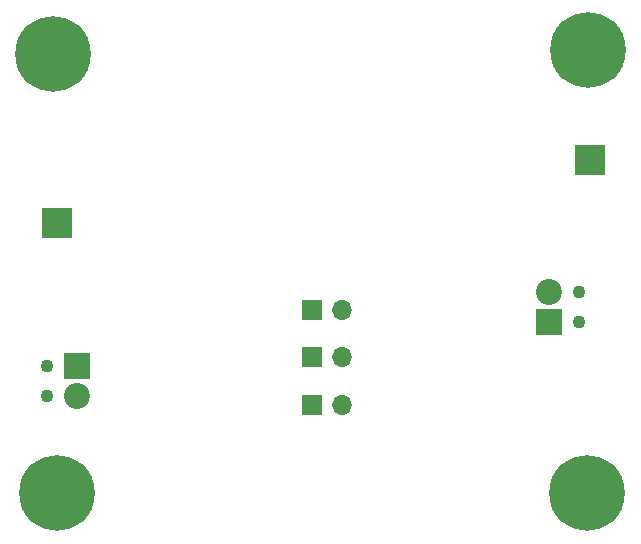
<source format=gbr>
%TF.GenerationSoftware,KiCad,Pcbnew,7.0.1*%
%TF.CreationDate,2023-04-21T16:13:53+02:00*%
%TF.ProjectId,sistabossen,73697374-6162-46f7-9373-656e2e6b6963,rev?*%
%TF.SameCoordinates,Original*%
%TF.FileFunction,Soldermask,Bot*%
%TF.FilePolarity,Negative*%
%FSLAX46Y46*%
G04 Gerber Fmt 4.6, Leading zero omitted, Abs format (unit mm)*
G04 Created by KiCad (PCBNEW 7.0.1) date 2023-04-21 16:13:53*
%MOMM*%
%LPD*%
G01*
G04 APERTURE LIST*
%ADD10C,1.100000*%
%ADD11R,2.200000X2.200000*%
%ADD12C,2.200000*%
%ADD13R,1.700000X1.700000*%
%ADD14O,1.700000X1.700000*%
%ADD15R,2.500000X2.500000*%
%ADD16C,0.800000*%
%ADD17C,6.400000*%
G04 APERTURE END LIST*
D10*
%TO.C,J2*%
X70460000Y-70427056D03*
X70460000Y-72967056D03*
D11*
X73000000Y-70427056D03*
D12*
X73000000Y-72967056D03*
%TD*%
D13*
%TO.C,J3*%
X92960000Y-65697056D03*
D14*
X95500000Y-65697056D03*
%TD*%
D13*
%TO.C,J5*%
X92960000Y-73697056D03*
D14*
X95500000Y-73697056D03*
%TD*%
D13*
%TO.C,J4*%
X92960000Y-69697056D03*
D14*
X95500000Y-69697056D03*
%TD*%
D10*
%TO.C,J1*%
X115500000Y-66737056D03*
X115500000Y-64197056D03*
D11*
X112960000Y-66737056D03*
D12*
X112960000Y-64197056D03*
%TD*%
D15*
%TO.C,TP3*%
X71300000Y-58300000D03*
%TD*%
D16*
%TO.C,H3*%
X113797056Y-81197056D03*
X114500000Y-79500000D03*
X114500000Y-82894112D03*
X116197056Y-78797056D03*
D17*
X116197056Y-81197056D03*
D16*
X116197056Y-83597056D03*
X117894112Y-79500000D03*
X117894112Y-82894112D03*
X118597056Y-81197056D03*
%TD*%
%TO.C,H2*%
X113902944Y-43697056D03*
X114605888Y-42000000D03*
X114605888Y-45394112D03*
X116302944Y-41297056D03*
D17*
X116302944Y-43697056D03*
D16*
X116302944Y-46097056D03*
X118000000Y-42000000D03*
X118000000Y-45394112D03*
X118702944Y-43697056D03*
%TD*%
D15*
%TO.C,TP1*%
X116500000Y-53000000D03*
%TD*%
D16*
%TO.C,H1*%
X68600000Y-44000000D03*
X69302944Y-42302944D03*
X69302944Y-45697056D03*
X71000000Y-41600000D03*
D17*
X71000000Y-44000000D03*
D16*
X71000000Y-46400000D03*
X72697056Y-42302944D03*
X72697056Y-45697056D03*
X73400000Y-44000000D03*
%TD*%
%TO.C,H4*%
X68902944Y-81197056D03*
X69605888Y-79500000D03*
X69605888Y-82894112D03*
X71302944Y-78797056D03*
D17*
X71302944Y-81197056D03*
D16*
X71302944Y-83597056D03*
X73000000Y-79500000D03*
X73000000Y-82894112D03*
X73702944Y-81197056D03*
%TD*%
M02*

</source>
